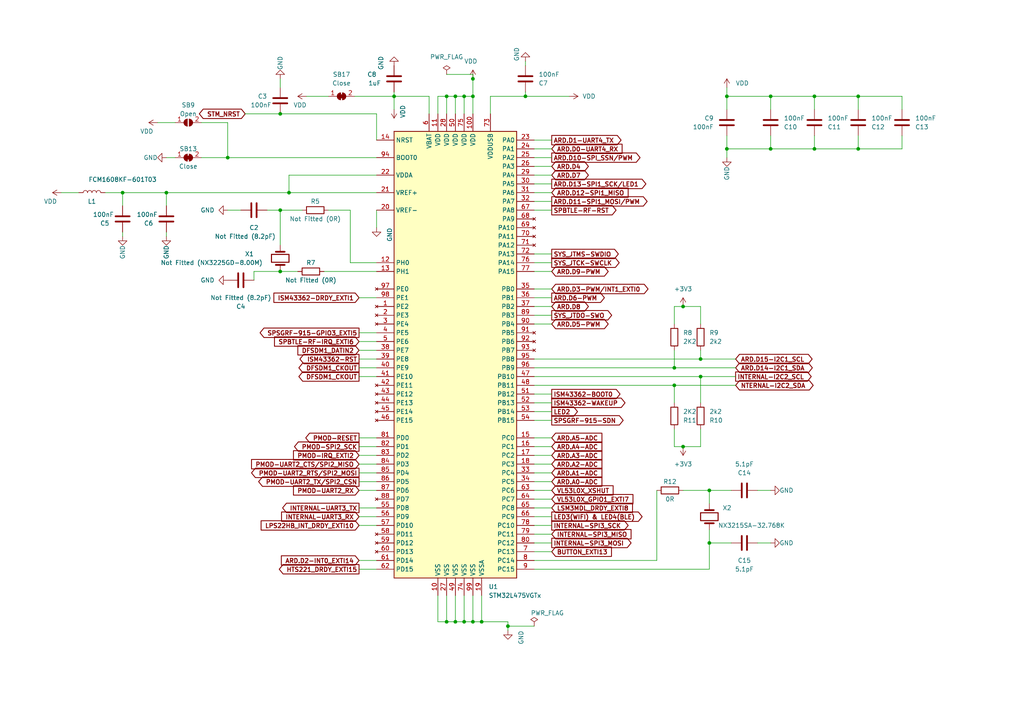
<source format=kicad_sch>
(kicad_sch (version 20211123) (generator eeschema)
  (paper "A4")
  (title_block (title "Microcontroller") (date "2023-01-22"))
  (lib_symbols
    (symbol "Device:C" (pin_numbers hide) (pin_names (offset 0.254))
      (property "Reference" "C" (at 0.635 2.54 0))
      (property "Value" "C" (at 0.635 -2.54 0))
      (symbol "C_0_1"
        (polyline (pts (xy -2.032 -0.762) (xy 2.032 -0.762)) (stroke (width 0.508)))
        (polyline (pts (xy -2.032 0.762) (xy 2.032 0.762)) (stroke (width 0.508)))
      )
      (symbol "C_1_1"
        (pin passive line (at 0 3.81 270) (length 2.794) (name "~") (number "1"))
        (pin passive line (at 0 -3.81 90) (length 2.794) (name "~") (number "2"))
      )
    )
    (symbol "Device:Crystal" (pin_numbers hide) (pin_names (offset 1.016) hide)
      (property "Reference" "Y" (at 0 3.81 0))
      (property "Value" "Crystal" (at 0 -3.81 0))
      (symbol "Crystal_0_1"
        (rectangle (start -1.143 2.54) (end 1.143 -2.54) (stroke (width 0.3048)))
        (polyline (pts (xy -2.54 0) (xy -1.905 0)))
        (polyline (pts (xy -1.905 -1.27) (xy -1.905 1.27)) (stroke (width 0.508)))
        (polyline (pts (xy 1.905 -1.27) (xy 1.905 1.27)) (stroke (width 0.508)))
        (polyline (pts (xy 2.54 0) (xy 1.905 0)))
      )
      (symbol "Crystal_1_1"
        (pin passive line (at -3.81 0 0) (length 1.27) (name "1") (number "1"))
        (pin passive line (at 3.81 0 180) (length 1.27) (name "2") (number "2"))
      )
    )
    (symbol "Device:L" (pin_numbers hide) (pin_names (offset 1.016) hide)
      (property "Reference" "L" (at -1.27 0 90))
      (property "Value" "L" (at 1.905 0 90))
      (symbol "L_0_1"
        (arc (start 0 -2.54) (mid 0.635 -1.905) (end 0 -1.27))
        (arc (start 0 -1.27) (mid 0.635 -0.635) (end 0 0))
        (arc (start 0 0) (mid 0.635 0.635) (end 0 1.27))
        (arc (start 0 1.27) (mid 0.635 1.905) (end 0 2.54))
      )
      (symbol "L_1_1"
        (pin passive line (at 0 3.81 270) (length 1.27) (name "1") (number "1"))
        (pin passive line (at 0 -3.81 90) (length 1.27) (name "2") (number "2"))
      )
    )
    (symbol "Device:R" (pin_numbers hide) (pin_names (offset 0))
      (property "Reference" "R" (at 2.032 0 90))
      (property "Value" "R" (at 0 0 90))
      (symbol "R_0_1"
        (rectangle (start -1.016 -2.54) (end 1.016 2.54) (stroke (width 0.254)))
      )
      (symbol "R_1_1"
        (pin passive line (at 0 3.81 270) (length 1.27) (name "~") (number "1"))
        (pin passive line (at 0 -3.81 90) (length 1.27) (name "~") (number "2"))
      )
    )
    (symbol "Jumper:SolderJumper_2_Bridged" (pin_names (offset 0) hide)
      (property "Reference" "JP" (at 0 2.032 0))
      (property "Value" "SolderJumper_2_Bridged" (at 0 -2.54 0))
      (symbol "SolderJumper_2_Bridged_0_1"
        (rectangle (start -0.508 0.508) (end 0.508 -0.508) (fill (type outline)))
        (arc (start -0.254 1.016) (mid -1.27 0) (end -0.254 -1.016))
        (arc (start -0.254 1.016) (mid -1.27 0) (end -0.254 -1.016) (fill (type outline)))
        (polyline (pts (xy -0.254 1.016) (xy -0.254 -1.016)))
        (polyline (pts (xy 0.254 1.016) (xy 0.254 -1.016)))
        (arc (start 0.254 -1.016) (mid 1.27 0) (end 0.254 1.016))
        (arc (start 0.254 -1.016) (mid 1.27 0) (end 0.254 1.016) (fill (type outline)))
      )
      (symbol "SolderJumper_2_Bridged_1_1"
        (pin passive line (at -3.81 0 0) (length 2.54) (name "A") (number "1"))
        (pin passive line (at 3.81 0 180) (length 2.54) (name "B") (number "2"))
      )
    )
    (symbol "Jumper:SolderJumper_2_Open" (pin_names (offset 0) hide)
      (property "Reference" "JP" (at 0 2.032 0))
      (property "Value" "SolderJumper_2_Open" (at 0 -2.54 0))
      (symbol "SolderJumper_2_Open_0_1"
        (arc (start -0.254 1.016) (mid -1.27 0) (end -0.254 -1.016))
        (arc (start -0.254 1.016) (mid -1.27 0) (end -0.254 -1.016) (fill (type outline)))
        (polyline (pts (xy -0.254 1.016) (xy -0.254 -1.016)))
        (polyline (pts (xy 0.254 1.016) (xy 0.254 -1.016)))
        (arc (start 0.254 -1.016) (mid 1.27 0) (end 0.254 1.016))
        (arc (start 0.254 -1.016) (mid 1.27 0) (end 0.254 1.016) (fill (type outline)))
      )
      (symbol "SolderJumper_2_Open_1_1"
        (pin passive line (at -3.81 0 0) (length 2.54) (name "A") (number "1"))
        (pin passive line (at 3.81 0 180) (length 2.54) (name "B") (number "2"))
      )
    )
    (symbol "MCU_ST_STM32L4:STM32L475VGTx"
      (property "Reference" "U1" (at 9.6394 -68.58 0))
      (property "Value" "STM32L475VGTx" (at 9.6394 -71.12 0))
      (symbol "STM32L475VGTx_0_1"
        (rectangle (start -17.78 -66.04) (end 17.78 63.5) (stroke (width 0.254)) (fill (type background)))
      )
      (symbol "STM32L475VGTx_1_1"
        (pin no_connect line (at -22.86 12.7 0) (length 5.08) (name "PE2") (number "1"))
        (pin power_in line (at -5.08 -71.12 90) (length 5.08) (name "VSS") (number "10"))
        (pin power_in line (at 5.08 68.58 270) (length 5.08) (name "VDD") (number "100"))
        (pin power_in line (at -5.08 68.58 270) (length 5.08) (name "VDD") (number "11"))
        (pin input line (at -22.86 25.4 0) (length 5.08) (name "PH0") (number "12"))
        (pin input line (at -22.86 22.86 0) (length 5.08) (name "PH1") (number "13"))
        (pin input line (at -22.86 60.96 0) (length 5.08) (name "NRST") (number "14"))
        (pin bidirectional line (at 22.86 -25.4 180) (length 5.08) (name "PC0") (number "15"))
        (pin bidirectional line (at 22.86 -27.94 180) (length 5.08) (name "PC1") (number "16"))
        (pin bidirectional line (at 22.86 -30.48 180) (length 5.08) (name "PC2") (number "17"))
        (pin bidirectional line (at 22.86 -33.02 180) (length 5.08) (name "PC3") (number "18"))
        (pin power_in line (at 7.62 -71.12 90) (length 5.08) (name "VSSA") (number "19"))
        (pin no_connect line (at -22.86 10.16 0) (length 5.08) (name "PE3") (number "2"))
        (pin power_in line (at -22.86 40.64 0) (length 5.08) (name "VREF-") (number "20"))
        (pin bidirectional line (at -22.86 45.72 0) (length 5.08) (name "VREF+") (number "21"))
        (pin bidirectional line (at -22.86 50.8 0) (length 5.08) (name "VDDA") (number "22"))
        (pin bidirectional line (at 22.86 60.96 180) (length 5.08) (name "PA0") (number "23"))
        (pin bidirectional line (at 22.86 58.42 180) (length 5.08) (name "PA1") (number "24"))
        (pin bidirectional line (at 22.86 55.88 180) (length 5.08) (name "PA2") (number "25"))
        (pin bidirectional line (at 22.86 53.34 180) (length 5.08) (name "PA3") (number "26"))
        (pin power_in line (at -2.54 -71.12 90) (length 5.08) (name "VSS") (number "27"))
        (pin power_in line (at -2.54 68.58 270) (length 5.08) (name "VDD") (number "28"))
        (pin bidirectional line (at 22.86 50.8 180) (length 5.08) (name "PA4") (number "29"))
        (pin no_connect line (at -22.86 7.62 0) (length 5.08) (name "PE4") (number "3"))
        (pin bidirectional line (at 22.86 48.26 180) (length 5.08) (name "PA5") (number "30"))
        (pin bidirectional line (at 22.86 45.72 180) (length 5.08) (name "PA6") (number "31"))
        (pin bidirectional line (at 22.86 43.18 180) (length 5.08) (name "PA7") (number "32"))
        (pin bidirectional line (at 22.86 -35.56 180) (length 5.08) (name "PC4") (number "33"))
        (pin bidirectional line (at 22.86 -38.1 180) (length 5.08) (name "PC5") (number "34"))
        (pin bidirectional line (at 22.86 17.78 180) (length 5.08) (name "PB0") (number "35"))
        (pin bidirectional line (at 22.86 15.24 180) (length 5.08) (name "PB1") (number "36"))
        (pin bidirectional line (at 22.86 12.7 180) (length 5.08) (name "PB2") (number "37"))
        (pin bidirectional line (at -22.86 0 0) (length 5.08) (name "PE7") (number "38"))
        (pin bidirectional line (at -22.86 -2.54 0) (length 5.08) (name "PE8") (number "39"))
        (pin bidirectional line (at -22.86 5.08 0) (length 5.08) (name "PE5") (number "4"))
        (pin bidirectional line (at -22.86 -5.08 0) (length 5.08) (name "PE9") (number "40"))
        (pin bidirectional line (at -22.86 -7.62 0) (length 5.08) (name "PE10") (number "41"))
        (pin no_connect line (at -22.86 -10.16 0) (length 5.08) (name "PE11") (number "42"))
        (pin no_connect line (at -22.86 -12.7 0) (length 5.08) (name "PE12") (number "43"))
        (pin no_connect line (at -22.86 -15.24 0) (length 5.08) (name "PE13") (number "44"))
        (pin no_connect line (at -22.86 -17.78 0) (length 5.08) (name "PE14") (number "45"))
        (pin no_connect line (at -22.86 -20.32 0) (length 5.08) (name "PE15") (number "46"))
        (pin bidirectional line (at 22.86 -7.62 180) (length 5.08) (name "PB10") (number "47"))
        (pin bidirectional line (at 22.86 -10.16 180) (length 5.08) (name "PB11") (number "48"))
        (pin power_in line (at 0 -71.12 90) (length 5.08) (name "VSS") (number "49"))
        (pin bidirectional line (at -22.86 2.54 0) (length 5.08) (name "PE6") (number "5"))
        (pin power_in line (at 0 68.58 270) (length 5.08) (name "VDD") (number "50"))
        (pin bidirectional line (at 22.86 -12.7 180) (length 5.08) (name "PB12") (number "51"))
        (pin bidirectional line (at 22.86 -15.24 180) (length 5.08) (name "PB13") (number "52"))
        (pin bidirectional line (at 22.86 -17.78 180) (length 5.08) (name "PB14") (number "53"))
        (pin bidirectional line (at 22.86 -20.32 180) (length 5.08) (name "PB15") (number "54"))
        (pin bidirectional line (at -22.86 -45.72 0) (length 5.08) (name "PD8") (number "55"))
        (pin bidirectional line (at -22.86 -48.26 0) (length 5.08) (name "PD9") (number "56"))
        (pin bidirectional line (at -22.86 -50.8 0) (length 5.08) (name "PD10") (number "57"))
        (pin no_connect line (at -22.86 -53.34 0) (length 5.08) (name "PD11") (number "58"))
        (pin no_connect line (at -22.86 -55.88 0) (length 5.08) (name "PD12") (number "59"))
        (pin power_in line (at -7.62 68.58 270) (length 5.08) (name "VBAT") (number "6"))
        (pin no_connect line (at -22.86 -58.42 0) (length 5.08) (name "PD13") (number "60"))
        (pin bidirectional line (at -22.86 -60.96 0) (length 5.08) (name "PD14") (number "61"))
        (pin bidirectional line (at -22.86 -63.5 0) (length 5.08) (name "PD15") (number "62"))
        (pin bidirectional line (at 22.86 -40.64 180) (length 5.08) (name "PC6") (number "63"))
        (pin bidirectional line (at 22.86 -43.18 180) (length 5.08) (name "PC7") (number "64"))
        (pin bidirectional line (at 22.86 -45.72 180) (length 5.08) (name "PC8") (number "65"))
        (pin bidirectional line (at 22.86 -48.26 180) (length 5.08) (name "PC9") (number "66"))
        (pin bidirectional line (at 22.86 40.64 180) (length 5.08) (name "PA8") (number "67"))
        (pin no_connect line (at 22.86 38.1 180) (length 5.08) (name "PA9") (number "68"))
        (pin no_connect line (at 22.86 35.56 180) (length 5.08) (name "PA10") (number "69"))
        (pin bidirectional line (at 22.86 -58.42 180) (length 5.08) (name "PC13") (number "7"))
        (pin no_connect line (at 22.86 33.02 180) (length 5.08) (name "PA11") (number "70"))
        (pin no_connect line (at 22.86 30.48 180) (length 5.08) (name "PA12") (number "71"))
        (pin bidirectional line (at 22.86 27.94 180) (length 5.08) (name "PA13") (number "72"))
        (pin power_in line (at 10.16 68.58 270) (length 5.08) (name "VDDUSB") (number "73"))
        (pin power_in line (at 2.54 -71.12 90) (length 5.08) (name "VSS") (number "74"))
        (pin power_in line (at 2.54 68.58 270) (length 5.08) (name "VDD") (number "75"))
        (pin bidirectional line (at 22.86 25.4 180) (length 5.08) (name "PA14") (number "76"))
        (pin bidirectional line (at 22.86 22.86 180) (length 5.08) (name "PA15") (number "77"))
        (pin bidirectional line (at 22.86 -50.8 180) (length 5.08) (name "PC10") (number "78"))
        (pin bidirectional line (at 22.86 -53.34 180) (length 5.08) (name "PC11") (number "79"))
        (pin bidirectional line (at 22.86 -60.96 180) (length 5.08) (name "PC14") (number "8"))
        (pin bidirectional line (at 22.86 -55.88 180) (length 5.08) (name "PC12") (number "80"))
        (pin bidirectional line (at -22.86 -25.4 0) (length 5.08) (name "PD0") (number "81"))
        (pin bidirectional line (at -22.86 -27.94 0) (length 5.08) (name "PD1") (number "82"))
        (pin bidirectional line (at -22.86 -30.48 0) (length 5.08) (name "PD2") (number "83"))
        (pin bidirectional line (at -22.86 -33.02 0) (length 5.08) (name "PD3") (number "84"))
        (pin bidirectional line (at -22.86 -35.56 0) (length 5.08) (name "PD4") (number "85"))
        (pin bidirectional line (at -22.86 -38.1 0) (length 5.08) (name "PD5") (number "86"))
        (pin bidirectional line (at -22.86 -40.64 0) (length 5.08) (name "PD6") (number "87"))
        (pin no_connect line (at -22.86 -43.18 0) (length 5.08) (name "PD7") (number "88"))
        (pin bidirectional line (at 22.86 10.16 180) (length 5.08) (name "PB3") (number "89"))
        (pin bidirectional line (at 22.86 -63.5 180) (length 5.08) (name "PC15") (number "9"))
        (pin bidirectional line (at 22.86 7.62 180) (length 5.08) (name "PB4") (number "90"))
        (pin no_connect line (at 22.86 5.08 180) (length 5.08) (name "PB5") (number "91"))
        (pin no_connect line (at 22.86 2.54 180) (length 5.08) (name "PB6") (number "92"))
        (pin no_connect line (at 22.86 0 180) (length 5.08) (name "PB7") (number "93"))
        (pin input line (at -22.86 55.88 0) (length 5.08) (name "BOOT0") (number "94"))
        (pin bidirectional line (at 22.86 -2.54 180) (length 5.08) (name "PB8") (number "95"))
        (pin bidirectional line (at 22.86 -5.08 180) (length 5.08) (name "PB9") (number "96"))
        (pin no_connect line (at -22.86 17.78 0) (length 5.08) (name "PE0") (number "97"))
        (pin bidirectional line (at -22.86 15.24 0) (length 5.08) (name "PE1") (number "98"))
        (pin power_in line (at 5.08 -71.12 90) (length 5.08) (name "VSS") (number "99"))
      )
    )
    (symbol "VDD_1" (power) (pin_numbers hide) (pin_names (offset 0) hide)
      (property "Value" "VDD_1" (at 2.54 1.2701 0))
      (symbol "VDD_1_0_1"
        (polyline (pts (xy -0.762 1.27) (xy 0 2.54)))
        (polyline (pts (xy 0 0) (xy 0 2.54)))
        (polyline (pts (xy 0 2.54) (xy 0.762 1.27)))
      )
      (symbol "VDD_1_1_1"
        (pin power_in line (at 0 0 90) (length 0) hide (name "VDD") (number "1"))
      )
    )
    (symbol "VDD_2" (power) (pin_numbers hide) (pin_names (offset 0) hide)
      (property "Value" "VDD_2" (at 2.54 -5.08 90))
      (symbol "VDD_2_0_1"
        (polyline (pts (xy -0.762 1.27) (xy 0 2.54)))
        (polyline (pts (xy 0 0) (xy 0 2.54)))
        (polyline (pts (xy 0 2.54) (xy 0.762 1.27)))
      )
      (symbol "VDD_2_1_1"
        (pin power_in line (at 0 0 90) (length 0) hide (name "VDD") (number "1"))
      )
    )
    (symbol "power:+3V3" (power) (pin_numbers hide) (pin_names (offset 0) hide)
      (property "Value" "+3V3" (at 0 3.556 0))
      (symbol "+3V3_0_1"
        (polyline (pts (xy -0.762 1.27) (xy 0 2.54)))
        (polyline (pts (xy 0 0) (xy 0 2.54)))
        (polyline (pts (xy 0 2.54) (xy 0.762 1.27)))
      )
      (symbol "+3V3_1_1"
        (pin power_in line (at 0 0 90) (length 0) hide (name "+3V3") (number "1"))
      )
    )
    (symbol "power:GND" (power) (pin_numbers hide) (pin_names (offset 0) hide)
      (property "Value" "GND" (at 0 -3.81 0))
      (symbol "GND_0_1"
        (polyline (pts (xy 0 0) (xy 0 -1.27) (xy 1.27 -1.27) (xy 0 -2.54) (xy -1.27 -1.27) (xy 0 -1.27)))
      )
      (symbol "GND_1_1"
        (pin power_in line (at 0 0 270) (length 0) hide (name "GND") (number "1"))
      )
    )
    (symbol "power:PWR_FLAG" (power) (pin_numbers hide) (pin_names (offset 0) hide)
      (property "Value" "PWR_FLAG" (at 0 3.81 0))
      (symbol "PWR_FLAG_0_0"
        (pin power_out line (at 0 0 90) (length 0) (name "pwr") (number "1"))
      )
      (symbol "PWR_FLAG_0_1"
        (polyline (pts (xy 0 0) (xy 0 1.27) (xy -1.016 1.905) (xy 0 2.54) (xy 1.016 1.905) (xy 0 1.27)))
      )
    )
  )
  (junction (at 198.12 129.54))
  (junction (at 81.28 60.96))
  (junction (at 152.4 27.94))
  (junction (at 137.16 22.86))
  (junction (at 134.62 27.94))
  (junction (at 203.2 109.22))
  (junction (at 195.58 111.76))
  (junction (at 48.26 55.88))
  (junction (at 210.82 43.18))
  (junction (at 137.16 180.34))
  (junction (at 81.28 78.74))
  (junction (at 132.08 180.34))
  (junction (at 147.32 181.61))
  (junction (at 223.52 27.94))
  (junction (at 83.82 55.88))
  (junction (at 248.92 27.94))
  (junction (at 114.3 27.94))
  (junction (at 129.54 180.34))
  (junction (at 132.08 27.94))
  (junction (at 223.52 43.18))
  (junction (at 137.16 27.94))
  (junction (at 236.22 27.94))
  (junction (at 195.58 106.68))
  (junction (at 198.12 88.9))
  (junction (at 203.2 104.14))
  (junction (at 248.92 43.18))
  (junction (at 236.22 43.18))
  (junction (at 35.56 55.88))
  (junction (at 210.82 27.94))
  (junction (at 134.62 180.34))
  (junction (at 66.04 45.72))
  (junction (at 129.54 27.94))
  (junction (at 205.74 142.24))
  (junction (at 205.74 157.48))
  (junction (at 81.28 33.02))
  (junction (at 139.7 180.34))
  (wire (pts (xy 152.4 17.78) (xy 152.4 19.05)))
  (wire (pts (xy 223.52 43.18) (xy 236.22 43.18)))
  (wire (pts (xy 109.22 60.96) (xy 109.22 66.04)))
  (wire (pts (xy 160.02 114.3) (xy 154.94 114.3)))
  (wire (pts (xy 139.7 180.34) (xy 147.32 180.34)))
  (wire (pts (xy 104.14 127) (xy 109.22 127)))
  (wire (pts (xy 198.12 129.54) (xy 203.2 129.54)))
  (wire (pts (xy 236.22 43.18) (xy 248.92 43.18)))
  (wire (pts (xy 129.54 33.02) (xy 129.54 27.94)))
  (wire (pts (xy 210.82 39.37) (xy 210.82 43.18)))
  (wire (pts (xy 102.87 27.94) (xy 114.3 27.94)))
  (wire (pts (xy 58.42 35.56) (xy 66.04 35.56)))
  (wire (pts (xy 109.22 50.8) (xy 83.82 50.8)))
  (wire (pts (xy 236.22 27.94) (xy 236.22 31.75)))
  (wire (pts (xy 30.48 55.88) (xy 35.56 55.88)))
  (wire (pts (xy 104.14 134.62) (xy 109.22 134.62)))
  (wire (pts (xy 160.02 48.26) (xy 154.94 48.26)))
  (wire (pts (xy 66.04 60.96) (xy 69.85 60.96)))
  (wire (pts (xy 160.02 55.88) (xy 154.94 55.88)))
  (wire (pts (xy 152.4 27.94) (xy 165.1 27.94)))
  (wire (pts (xy 195.58 101.6) (xy 195.58 106.68)))
  (wire (pts (xy 205.74 157.48) (xy 205.74 165.1)))
  (wire (pts (xy 134.62 33.02) (xy 134.62 27.94)))
  (wire (pts (xy 142.24 27.94) (xy 152.4 27.94)))
  (wire (pts (xy 127 33.02) (xy 127 27.94)))
  (wire (pts (xy 195.58 111.76) (xy 213.36 111.76)))
  (wire (pts (xy 17.78 55.88) (xy 22.86 55.88)))
  (wire (pts (xy 160.02 58.42) (xy 154.94 58.42)))
  (wire (pts (xy 104.14 129.54) (xy 109.22 129.54)))
  (wire (pts (xy 160.02 50.8) (xy 154.94 50.8)))
  (wire (pts (xy 35.56 55.88) (xy 48.26 55.88)))
  (wire (pts (xy 236.22 39.37) (xy 236.22 43.18)))
  (wire (pts (xy 160.02 154.94) (xy 154.94 154.94)))
  (wire (pts (xy 160.02 160.02) (xy 154.94 160.02)))
  (wire (pts (xy 198.12 142.24) (xy 205.74 142.24)))
  (wire (pts (xy 152.4 26.67) (xy 152.4 27.94)))
  (wire (pts (xy 71.12 33.02) (xy 81.28 33.02)))
  (wire (pts (xy 205.74 157.48) (xy 212.09 157.48)))
  (wire (pts (xy 160.02 53.34) (xy 154.94 53.34)))
  (wire (pts (xy 160.02 147.32) (xy 154.94 147.32)))
  (wire (pts (xy 134.62 27.94) (xy 137.16 27.94)))
  (wire (pts (xy 104.14 147.32) (xy 109.22 147.32)))
  (wire (pts (xy 160.02 132.08) (xy 154.94 132.08)))
  (wire (pts (xy 137.16 21.59) (xy 137.16 22.86)))
  (wire (pts (xy 114.3 27.94) (xy 124.46 27.94)))
  (wire (pts (xy 81.28 60.96) (xy 87.63 60.96)))
  (wire (pts (xy 104.14 137.16) (xy 109.22 137.16)))
  (wire (pts (xy 104.14 165.1) (xy 109.22 165.1)))
  (wire (pts (xy 160.02 88.9) (xy 154.94 88.9)))
  (wire (pts (xy 195.58 129.54) (xy 198.12 129.54)))
  (wire (pts (xy 203.2 116.84) (xy 203.2 109.22)))
  (wire (pts (xy 210.82 43.18) (xy 210.82 45.72)))
  (wire (pts (xy 198.12 88.9) (xy 203.2 88.9)))
  (wire (pts (xy 66.04 45.72) (xy 109.22 45.72)))
  (wire (pts (xy 154.94 73.66) (xy 160.02 73.66)))
  (wire (pts (xy 137.16 22.86) (xy 137.16 27.94)))
  (wire (pts (xy 219.71 142.24) (xy 223.52 142.24)))
  (wire (pts (xy 104.14 109.22) (xy 109.22 109.22)))
  (wire (pts (xy 160.02 142.24) (xy 154.94 142.24)))
  (wire (pts (xy 223.52 27.94) (xy 223.52 31.75)))
  (wire (pts (xy 154.94 106.68) (xy 195.58 106.68)))
  (wire (pts (xy 160.02 149.86) (xy 154.94 149.86)))
  (wire (pts (xy 203.2 129.54) (xy 203.2 124.46)))
  (wire (pts (xy 223.52 39.37) (xy 223.52 43.18)))
  (wire (pts (xy 137.16 33.02) (xy 137.16 27.94)))
  (wire (pts (xy 77.47 60.96) (xy 81.28 60.96)))
  (wire (pts (xy 104.14 152.4) (xy 109.22 152.4)))
  (wire (pts (xy 261.62 39.37) (xy 261.62 43.18)))
  (wire (pts (xy 160.02 152.4) (xy 154.94 152.4)))
  (wire (pts (xy 160.02 60.96) (xy 154.94 60.96)))
  (wire (pts (xy 160.02 86.36) (xy 154.94 86.36)))
  (wire (pts (xy 160.02 116.84) (xy 154.94 116.84)))
  (wire (pts (xy 203.2 88.9) (xy 203.2 93.98)))
  (wire (pts (xy 147.32 180.34) (xy 147.32 181.61)))
  (wire (pts (xy 81.28 71.12) (xy 81.28 60.96)))
  (wire (pts (xy 160.02 93.98) (xy 154.94 93.98)))
  (wire (pts (xy 124.46 27.94) (xy 124.46 33.02)))
  (wire (pts (xy 93.98 78.74) (xy 109.22 78.74)))
  (wire (pts (xy 236.22 27.94) (xy 248.92 27.94)))
  (wire (pts (xy 48.26 67.31) (xy 48.26 68.58)))
  (wire (pts (xy 160.02 157.48) (xy 154.94 157.48)))
  (wire (pts (xy 205.74 153.67) (xy 205.74 157.48)))
  (wire (pts (xy 101.6 76.2) (xy 101.6 60.96)))
  (wire (pts (xy 127 172.72) (xy 127 180.34)))
  (wire (pts (xy 114.3 27.94) (xy 114.3 31.75)))
  (wire (pts (xy 203.2 101.6) (xy 203.2 104.14)))
  (wire (pts (xy 104.14 99.06) (xy 109.22 99.06)))
  (wire (pts (xy 104.14 101.6) (xy 109.22 101.6)))
  (wire (pts (xy 134.62 172.72) (xy 134.62 180.34)))
  (wire (pts (xy 83.82 55.88) (xy 109.22 55.88)))
  (wire (pts (xy 58.42 45.72) (xy 66.04 45.72)))
  (wire (pts (xy 109.22 33.02) (xy 109.22 40.64)))
  (wire (pts (xy 45.72 35.56) (xy 50.8 35.56)))
  (wire (pts (xy 139.7 172.72) (xy 139.7 180.34)))
  (wire (pts (xy 160.02 83.82) (xy 154.94 83.82)))
  (wire (pts (xy 223.52 27.94) (xy 236.22 27.94)))
  (wire (pts (xy 114.3 26.67) (xy 114.3 27.94)))
  (wire (pts (xy 129.54 180.34) (xy 132.08 180.34)))
  (wire (pts (xy 134.62 180.34) (xy 137.16 180.34)))
  (wire (pts (xy 195.58 129.54) (xy 195.58 124.46)))
  (wire (pts (xy 154.94 111.76) (xy 195.58 111.76)))
  (wire (pts (xy 160.02 43.18) (xy 154.94 43.18)))
  (wire (pts (xy 160.02 119.38) (xy 154.94 119.38)))
  (wire (pts (xy 104.14 106.68) (xy 109.22 106.68)))
  (wire (pts (xy 48.26 59.69) (xy 48.26 55.88)))
  (wire (pts (xy 154.94 104.14) (xy 203.2 104.14)))
  (wire (pts (xy 160.02 76.2) (xy 154.94 76.2)))
  (wire (pts (xy 160.02 144.78) (xy 154.94 144.78)))
  (wire (pts (xy 147.32 181.61) (xy 147.32 182.88)))
  (wire (pts (xy 81.28 33.02) (xy 109.22 33.02)))
  (wire (pts (xy 104.14 139.7) (xy 109.22 139.7)))
  (wire (pts (xy 132.08 27.94) (xy 134.62 27.94)))
  (wire (pts (xy 160.02 91.44) (xy 154.94 91.44)))
  (wire (pts (xy 248.92 27.94) (xy 261.62 27.94)))
  (wire (pts (xy 160.02 139.7) (xy 154.94 139.7)))
  (wire (pts (xy 261.62 43.18) (xy 248.92 43.18)))
  (wire (pts (xy 147.32 181.61) (xy 154.94 181.61)))
  (wire (pts (xy 127 180.34) (xy 129.54 180.34)))
  (wire (pts (xy 129.54 172.72) (xy 129.54 180.34)))
  (wire (pts (xy 104.14 162.56) (xy 109.22 162.56)))
  (wire (pts (xy 109.22 76.2) (xy 101.6 76.2)))
  (wire (pts (xy 160.02 137.16) (xy 154.94 137.16)))
  (wire (pts (xy 104.14 96.52) (xy 109.22 96.52)))
  (wire (pts (xy 101.6 60.96) (xy 95.25 60.96)))
  (wire (pts (xy 104.14 104.14) (xy 109.22 104.14)))
  (wire (pts (xy 73.66 78.74) (xy 81.28 78.74)))
  (wire (pts (xy 35.56 67.31) (xy 35.56 68.58)))
  (wire (pts (xy 205.74 142.24) (xy 212.09 142.24)))
  (wire (pts (xy 195.58 88.9) (xy 198.12 88.9)))
  (wire (pts (xy 160.02 127) (xy 154.94 127)))
  (wire (pts (xy 210.82 27.94) (xy 210.82 31.75)))
  (wire (pts (xy 83.82 50.8) (xy 83.82 55.88)))
  (wire (pts (xy 219.71 157.48) (xy 223.52 157.48)))
  (wire (pts (xy 195.58 106.68) (xy 213.36 106.68)))
  (wire (pts (xy 73.66 78.74) (xy 73.66 81.28)))
  (wire (pts (xy 195.58 111.76) (xy 195.58 116.84)))
  (wire (pts (xy 35.56 59.69) (xy 35.56 55.88)))
  (wire (pts (xy 210.82 43.18) (xy 223.52 43.18)))
  (wire (pts (xy 160.02 40.64) (xy 154.94 40.64)))
  (wire (pts (xy 81.28 22.86) (xy 81.28 25.4)))
  (wire (pts (xy 104.14 142.24) (xy 109.22 142.24)))
  (wire (pts (xy 129.54 27.94) (xy 132.08 27.94)))
  (wire (pts (xy 132.08 33.02) (xy 132.08 27.94)))
  (wire (pts (xy 48.26 45.72) (xy 50.8 45.72)))
  (wire (pts (xy 203.2 104.14) (xy 213.36 104.14)))
  (wire (pts (xy 104.14 149.86) (xy 109.22 149.86)))
  (wire (pts (xy 154.94 109.22) (xy 203.2 109.22)))
  (wire (pts (xy 154.94 162.56) (xy 190.5 162.56)))
  (wire (pts (xy 248.92 39.37) (xy 248.92 43.18)))
  (wire (pts (xy 195.58 88.9) (xy 195.58 93.98)))
  (wire (pts (xy 203.2 109.22) (xy 213.36 109.22)))
  (wire (pts (xy 210.82 25.4) (xy 210.82 27.94)))
  (wire (pts (xy 210.82 27.94) (xy 223.52 27.94)))
  (wire (pts (xy 104.14 86.36) (xy 109.22 86.36)))
  (wire (pts (xy 160.02 121.92) (xy 154.94 121.92)))
  (wire (pts (xy 66.04 35.56) (xy 66.04 45.72)))
  (wire (pts (xy 48.26 55.88) (xy 83.82 55.88)))
  (wire (pts (xy 129.54 21.59) (xy 137.16 21.59)))
  (wire (pts (xy 261.62 27.94) (xy 261.62 31.75)))
  (wire (pts (xy 154.94 165.1) (xy 205.74 165.1)))
  (wire (pts (xy 127 27.94) (xy 129.54 27.94)))
  (wire (pts (xy 205.74 142.24) (xy 205.74 146.05)))
  (wire (pts (xy 104.14 132.08) (xy 109.22 132.08)))
  (wire (pts (xy 137.16 180.34) (xy 139.7 180.34)))
  (wire (pts (xy 248.92 27.94) (xy 248.92 31.75)))
  (wire (pts (xy 88.9 27.94) (xy 95.25 27.94)))
  (wire (pts (xy 160.02 134.62) (xy 154.94 134.62)))
  (wire (pts (xy 160.02 129.54) (xy 154.94 129.54)))
  (wire (pts (xy 142.24 33.02) (xy 142.24 27.94)))
  (wire (pts (xy 160.02 45.72) (xy 154.94 45.72)))
  (wire (pts (xy 160.02 78.74) (xy 154.94 78.74)))
  (wire (pts (xy 137.16 172.72) (xy 137.16 180.34)))
  (wire (pts (xy 132.08 180.34) (xy 134.62 180.34)))
  (wire (pts (xy 81.28 78.74) (xy 86.36 78.74)))
  (wire (pts (xy 132.08 172.72) (xy 132.08 180.34)))
  (wire (pts (xy 190.5 162.56) (xy 190.5 142.24)))
  (global_label "VL53L0X_XSHUT" (shape input) (at 160.02 142.24 0) (effects (font (thickness 0.254) bold)) (property "Intersheet References" "${INTERSHEET_REFS}" (effects hide)))
  (global_label "ARD.D15-I2C1_SCL" (shape bidirectional) (at 213.36 104.14 0) (effects (font (thickness 0.254) bold)) (property "Intersheet References" "${INTERSHEET_REFS}" (effects hide)))
  (global_label "PMOD-UART2_TX{slash}SPI2_CSN" (shape output) (at 104.14 139.7 180) (effects (font (thickness 0.254) bold)) (property "Intersheet References" "${INTERSHEET_REFS}" (effects hide)))
  (global_label "DFSDM1_CKOUT" (shape output) (at 104.14 106.68 180) (effects (font (thickness 0.254) bold)) (property "Intersheet References" "${INTERSHEET_REFS}" (effects hide)))
  (global_label "SPBTLE-RF-RST" (shape output) (at 160.02 60.96 0) (effects (font (thickness 0.254) bold)) (property "Intersheet References" "${INTERSHEET_REFS}" (effects hide)))
  (global_label "PMOD-UART2_RTS{slash}SPI2_MOSI" (shape output) (at 104.14 137.16 180) (effects (font (thickness 0.254) bold)) (property "Intersheet References" "${INTERSHEET_REFS}" (effects hide)))
  (global_label "STM_NRST" (shape bidirectional) (at 71.12 33.02 180) (effects (font (thickness 0.254) bold)) (property "Intersheet References" "${INTERSHEET_REFS}" (effects hide)))
  (global_label "ARD.A0-ADC" (shape input) (at 160.02 139.7 0) (effects (font (thickness 0.254) bold)) (property "Intersheet References" "${INTERSHEET_REFS}" (effects hide)))
  (global_label "SPBTLE-RF-IRQ_EXTI6" (shape input) (at 104.14 99.06 180) (effects (font (thickness 0.254) bold)) (property "Intersheet References" "${INTERSHEET_REFS}" (effects hide)))
  (global_label "ARD.A4-ADC" (shape input) (at 160.02 129.54 0) (effects (font (thickness 0.254) bold)) (property "Intersheet References" "${INTERSHEET_REFS}" (effects hide)))
  (global_label "LED3(WIFI) & LED4(BLE)" (shape output) (at 160.02 149.86 0) (effects (font (thickness 0.254) bold)) (property "Intersheet References" "${INTERSHEET_REFS}" (effects hide)))
  (global_label "PMOD-RESET" (shape output) (at 104.14 127 180) (effects (font (thickness 0.254) bold)) (property "Intersheet References" "${INTERSHEET_REFS}" (effects hide)))
  (global_label "SPSGRF-915-GPIO3_EXTI5" (shape output) (at 104.14 96.52 180) (effects (font (thickness 0.254) bold)) (property "Intersheet References" "${INTERSHEET_REFS}" (effects hide)))
  (global_label "PMOD-UART2_CTS{slash}SPI2_MISO" (shape input) (at 104.14 134.62 180) (effects (font (thickness 0.254) bold)) (property "Intersheet References" "${INTERSHEET_REFS}" (effects hide)))
  (global_label "ARD.D3-PWM{slash}INT1_EXTI0" (shape bidirectional) (at 160.02 83.82 0) (effects (font (thickness 0.254) bold)) (property "Intersheet References" "${INTERSHEET_REFS}" (effects hide)))
  (global_label "BUTTON_EXTI13" (shape input) (at 160.02 160.02 0) (effects (font (thickness 0.254) bold)) (property "Intersheet References" "${INTERSHEET_REFS}" (effects hide)))
  (global_label "INTERNAL-SPI3_SCK" (shape output) (at 160.02 152.4 0) (effects (font (thickness 0.254) bold)) (property "Intersheet References" "${INTERSHEET_REFS}" (effects hide)))
  (global_label "ARD.D0-UART4_RX" (shape input) (at 160.02 43.18 0) (effects (font (thickness 0.254) bold)) (property "Intersheet References" "${INTERSHEET_REFS}" (effects hide)))
  (global_label "NTERNAL-I2C2_SDA" (shape bidirectional) (at 213.36 111.76 0) (effects (font (thickness 0.254) bold)) (property "Intersheet References" "${INTERSHEET_REFS}" (effects hide)))
  (global_label "ARD.D7" (shape bidirectional) (at 160.02 50.8 0) (effects (font (thickness 0.254) bold)) (property "Intersheet References" "${INTERSHEET_REFS}" (effects hide)))
  (global_label "INTERNAL-I2C2_SCL" (shape output) (at 213.36 109.22 0) (effects (font (thickness 0.254) bold)) (property "Intersheet References" "${INTERSHEET_REFS}" (effects hide)))
  (global_label "ARD.D13-SPI1_SCK{slash}LED1" (shape output) (at 160.02 53.34 0) (effects (font (thickness 0.254) bold)) (property "Intersheet References" "${INTERSHEET_REFS}" (effects hide)))
  (global_label "ARD.A5-ADC" (shape input) (at 160.02 127 0) (effects (font (thickness 0.254) bold)) (property "Intersheet References" "${INTERSHEET_REFS}" (effects hide)))
  (global_label "INTERNAL-UART3_RX" (shape input) (at 104.14 149.86 180) (effects (font (thickness 0.254) bold)) (property "Intersheet References" "${INTERSHEET_REFS}" (effects hide)))
  (global_label "INTERNAL-SPI3_MISO" (shape input) (at 160.02 154.94 0) (effects (font (thickness 0.254) bold)) (property "Intersheet References" "${INTERSHEET_REFS}" (effects hide)))
  (global_label "HTS221_DRDY_EXTI15" (shape output) (at 104.14 165.1 180) (effects (font (thickness 0.254) bold)) (property "Intersheet References" "${INTERSHEET_REFS}" (effects hide)))
  (global_label "DFSDM1_CKOUT" (shape output) (at 104.14 109.22 180) (effects (font (thickness 0.254) bold)) (property "Intersheet References" "${INTERSHEET_REFS}" (effects hide)))
  (global_label "INTERNAL-SPI3_MOSI" (shape output) (at 160.02 157.48 0) (effects (font (thickness 0.254) bold)) (property "Intersheet References" "${INTERSHEET_REFS}" (effects hide)))
  (global_label "ARD.D2-INT0_EXTI14" (shape input) (at 104.14 162.56 180) (effects (font (thickness 0.254) bold)) (property "Intersheet References" "${INTERSHEET_REFS}" (effects hide)))
  (global_label "ARD.D10-SPI_SSN{slash}PWM" (shape output) (at 160.02 45.72 0) (effects (font (thickness 0.254) bold)) (property "Intersheet References" "${INTERSHEET_REFS}" (effects hide)))
  (global_label "ARD.D14-I2C1_SDA" (shape bidirectional) (at 213.36 106.68 0) (effects (font (thickness 0.254) bold)) (property "Intersheet References" "${INTERSHEET_REFS}" (effects hide)))
  (global_label "ISM43362-RST" (shape output) (at 104.14 104.14 180) (effects (font (thickness 0.254) bold)) (property "Intersheet References" "${INTERSHEET_REFS}" (effects hide)))
  (global_label "ARD.D8" (shape bidirectional) (at 160.02 88.9 0) (effects (font (thickness 0.254) bold)) (property "Intersheet References" "${INTERSHEET_REFS}" (effects hide)))
  (global_label "ARD.D1-UART4_TX" (shape output) (at 160.02 40.64 0) (effects (font (thickness 0.254) bold)) (property "Intersheet References" "${INTERSHEET_REFS}" (effects hide)))
  (global_label "ARD.D9-PWM" (shape bidirectional) (at 160.02 78.74 0) (effects (font (thickness 0.254) bold)) (property "Intersheet References" "${INTERSHEET_REFS}" (effects hide)))
  (global_label "SPSGRF-915-SDN" (shape output) (at 160.02 121.92 0) (effects (font (thickness 0.254) bold)) (property "Intersheet References" "${INTERSHEET_REFS}" (effects hide)))
  (global_label "ARD.D11-SPI1_MOSI{slash}PWM" (shape output) (at 160.02 58.42 0) (effects (font (thickness 0.254) bold)) (property "Intersheet References" "${INTERSHEET_REFS}" (effects hide)))
  (global_label "ISM43362-WAKEUP" (shape output) (at 160.02 116.84 0) (effects (font (thickness 0.254) bold)) (property "Intersheet References" "${INTERSHEET_REFS}" (effects hide)))
  (global_label "INTERNAL-UART3_TX" (shape output) (at 104.14 147.32 180) (effects (font (thickness 0.254) bold)) (property "Intersheet References" "${INTERSHEET_REFS}" (effects hide)))
  (global_label "LED2" (shape output) (at 160.02 119.38 0) (effects (font (thickness 0.254) bold)) (property "Intersheet References" "${INTERSHEET_REFS}" (effects hide)))
  (global_label "PMOD-UART2_RX" (shape input) (at 104.14 142.24 180) (effects (font (thickness 0.254) bold)) (property "Intersheet References" "${INTERSHEET_REFS}" (effects hide)))
  (global_label "LSM3MDL_DRDY_EXTI8" (shape input) (at 160.02 147.32 0) (effects (font (thickness 0.254) bold)) (property "Intersheet References" "${INTERSHEET_REFS}" (effects hide)))
  (global_label "ARD.D6-PWM" (shape output) (at 160.02 86.36 0) (effects (font (thickness 0.254) bold)) (property "Intersheet References" "${INTERSHEET_REFS}" (effects hide)))
  (global_label "ARD.A3-ADC" (shape input) (at 160.02 132.08 0) (effects (font (thickness 0.254) bold)) (property "Intersheet References" "${INTERSHEET_REFS}" (effects hide)))
  (global_label "VL53L0X_GPIO1_EXTI7" (shape input) (at 160.02 144.78 0) (effects (font (thickness 0.254) bold)) (property "Intersheet References" "${INTERSHEET_REFS}" (effects hide)))
  (global_label "ARD.D5-PWM" (shape bidirectional) (at 160.02 93.98 0) (effects (font (thickness 0.254) bold)) (property "Intersheet References" "${INTERSHEET_REFS}" (effects hide)))
  (global_label "ARD.D12-SPI1_MISO" (shape input) (at 160.02 55.88 0) (effects (font (thickness 0.254) bold)) (property "Intersheet References" "${INTERSHEET_REFS}" (effects hide)))
  (global_label "ISM43362-DRDY_EXTI1" (shape input) (at 104.14 86.36 180) (effects (font (thickness 0.254) bold)) (property "Intersheet References" "${INTERSHEET_REFS}" (effects hide)))
  (global_label "ARD.D4" (shape bidirectional) (at 160.02 48.26 0) (effects (font (thickness 0.254) bold)) (property "Intersheet References" "${INTERSHEET_REFS}" (effects hide)))
  (global_label "PMOD-SPI2_SCK" (shape output) (at 104.14 129.54 180) (effects (font (thickness 0.254) bold)) (property "Intersheet References" "${INTERSHEET_REFS}" (effects hide)))
  (global_label "SYS_JTCK-SWCLK" (shape output) (at 160.02 76.2 0) (effects (font (thickness 0.254) bold)) (property "Intersheet References" "${INTERSHEET_REFS}" (effects hide)))
  (global_label "PMOD-IRQ_EXTI2" (shape input) (at 104.14 132.08 180) (effects (font (thickness 0.254) bold)) (property "Intersheet References" "${INTERSHEET_REFS}" (effects hide)))
  (global_label "SYS_JTMS-SWDIO" (shape output) (at 160.02 73.66 0) (effects (font (thickness 0.254) bold)) (property "Intersheet References" "${INTERSHEET_REFS}" (effects hide)))
  (global_label "ARD.A1-ADC" (shape input) (at 160.02 137.16 0) (effects (font (thickness 0.254) bold)) (property "Intersheet References" "${INTERSHEET_REFS}" (effects hide)))
  (global_label "ISM43362-BOOT0" (shape output) (at 160.02 114.3 0) (effects (font (thickness 0.254) bold)) (property "Intersheet References" "${INTERSHEET_REFS}" (effects hide)))
  (global_label "ARD.A2-ADC" (shape input) (at 160.02 134.62 0) (effects (font (thickness 0.254) bold)) (property "Intersheet References" "${INTERSHEET_REFS}" (effects hide)))
  (global_label "DFSDM1_DATIN2" (shape input) (at 104.14 101.6 180) (effects (font (thickness 0.254) bold)) (property "Intersheet References" "${INTERSHEET_REFS}" (effects hide)))
  (global_label "SYS_JTDO-SWO" (shape output) (at 160.02 91.44 0) (effects (font (thickness 0.254) bold)) (property "Intersheet References" "${INTERSHEET_REFS}" (effects hide)))
  (global_label "LPS22HB_INT_DRDY_EXTI10" (shape input) (at 104.14 152.4 180) (effects (font (thickness 0.254) bold)) (property "Intersheet References" "${INTERSHEET_REFS}" (effects hide)))
  (symbol (lib_name "VDD_1") (lib_id "power:VDD") (at 17.78 55.88 90) (mirror x) (unit 1)
    (property "Reference" "#PWR011" (effects hide))
    (property "Value" "VDD_MCU" (at 12.7 58.42 90) (effects (justify right)))
  )
  (symbol (lib_id "power:GND") (at 66.04 81.28 270) (mirror x) (unit 1)
    (property "Reference" "#PWR016" (effects hide))
    (property "Value" "GND" (at 62.23 81.28 90) (effects (justify right)))
  )
  (symbol (lib_id "Jumper:SolderJumper_2_Bridged") (at 99.06 27.94 0) (unit 1)
    (property "Reference" "SB17" (at 99.06 21.59 0))
    (property "Value" "Close" (at 99.06 24.13 0))
    (property "Footprint" "Jumper:SolderJumper-2_P1.3mm_Bridged2Bar_Pad1.0x1.5mm" (effects hide))
  )
  (symbol (lib_id "Device:C") (at 223.52 35.56 0) (mirror x) (unit 1)
    (property "Reference" "C10" (at 227.33 36.8301 0) (effects (justify left)))
    (property "Value" "100nF" (at 227.33 34.2901 0) (effects (justify left)))
    (property "Footprint" "Capacitor_SMD:C_0402_1005Metric" (effects hide))
    (property "Datasheet" "https://s3.amazonaws.com/snapeda/datasheet/C0402C222J3JACTU_KEMET.pdf" (effects hide))
  )
  (symbol (lib_id "Device:R") (at 195.58 97.79 0) (unit 1)
    (property "Reference" "R8" (at 198.12 96.5199 0) (effects (justify left)))
    (property "Value" "2K2" (at 198.12 99.0599 0) (effects (justify left)))
    (property "Footprint" "Resistor_SMD:R_0402_1005Metric" (effects hide))
    (property "Datasheet" "https://www.snapeda.com/parts/ERA-2HEC7321P/Panasonic/datasheet/" (effects hide))
  )
  (symbol (lib_id "Device:C") (at 81.28 29.21 0) (mirror x) (unit 1)
    (property "Reference" "C3" (at 77.47 27.9399 0) (effects (justify right)))
    (property "Value" "100nF" (at 78.74 30.48 0) (effects (justify right)))
    (property "Footprint" "Capacitor_SMD:C_0402_1005Metric" (effects hide))
    (property "Datasheet" "https://s3.amazonaws.com/snapeda/datasheet/C0402C222J3JACTU_KEMET.pdf" (effects hide))
  )
  (symbol (lib_id "Device:C") (at 248.92 35.56 0) (mirror x) (unit 1)
    (property "Reference" "C12" (at 252.73 36.8301 0) (effects (justify left)))
    (property "Value" "100nF" (at 252.73 34.2901 0) (effects (justify left)))
    (property "Footprint" "Capacitor_SMD:C_0402_1005Metric" (effects hide))
    (property "Datasheet" "https://s3.amazonaws.com/snapeda/datasheet/C0402C222J3JACTU_KEMET.pdf" (effects hide))
  )
  (symbol (lib_id "Device:C") (at 152.4 22.86 0) (mirror x) (unit 1)
    (property "Reference" "C7" (at 156.21 24.1301 0) (effects (justify left)))
    (property "Value" "100nF" (at 156.21 21.5901 0) (effects (justify left)))
    (property "Footprint" "Capacitor_SMD:C_0402_1005Metric" (effects hide))
    (property "Datasheet" "https://s3.amazonaws.com/snapeda/datasheet/C0402C222J3JACTU_KEMET.pdf" (effects hide))
  )
  (symbol (lib_id "Device:C") (at 114.3 22.86 0) (mirror x) (unit 1)
    (property "Reference" "C8" (at 109.22 21.59 0) (effects (justify right)))
    (property "Value" "1uF" (at 110.49 24.1299 0) (effects (justify right)))
    (property "Footprint" "Capacitor_SMD:C_0402_1005Metric" (effects hide))
    (property "Datasheet" "https://s3.amazonaws.com/snapeda/datasheet/C0402C222J3JACTU_KEMET.pdf" (effects hide))
  )
  (symbol (lib_id "power:GND") (at 223.52 142.24 90) (unit 1)
    (property "Reference" "#PWR019" (effects hide))
    (property "Value" "GND" (at 226.06 142.24 90) (effects (justify right)))
  )
  (symbol (lib_id "power:GND") (at 223.52 157.48 90) (unit 1)
    (property "Reference" "#PWR020" (effects hide))
    (property "Value" "GND" (at 226.06 157.48 90) (effects (justify right)))
  )
  (symbol (lib_id "power:GND") (at 114.3 19.05 0) (mirror x) (unit 1)
    (property "Reference" "#PWR01" (effects hide))
    (property "Value" "GND" (at 110.49 20.32 90) (effects (justify right)))
  )
  (symbol (lib_id "power:GND") (at 210.82 45.72 0) (unit 1)
    (property "Reference" "#PWR010" (effects hide))
    (property "Value" "GND" (at 210.82 48.26 90) (effects (justify right)))
  )
  (symbol (lib_id "Device:R") (at 91.44 60.96 270) (unit 1)
    (property "Reference" "R5" (at 91.44 58.42 90))
    (property "Value" "Not Fitted (0R)" (at 91.44 63.5 90))
  )
  (symbol (lib_id "Device:R") (at 203.2 120.65 0) (mirror x) (unit 1)
    (property "Reference" "R10" (at 205.74 121.9201 0) (effects (justify left)))
    (property "Value" "2k2" (at 205.74 119.3801 0) (effects (justify left)))
    (property "Footprint" "Resistor_SMD:R_0402_1005Metric" (effects hide))
    (property "Datasheet" "https://www.snapeda.com/parts/ERA-2HEC7321P/Panasonic/datasheet/" (effects hide))
  )
  (symbol (lib_id "Device:C") (at 48.26 63.5 0) (unit 1)
    (property "Reference" "C6" (at 44.45 64.7701 0) (effects (justify right)))
    (property "Value" "100nF" (at 45.72 62.23 0) (effects (justify right)))
    (property "Footprint" "Capacitor_SMD:C_0402_1005Metric" (effects hide))
    (property "Datasheet" "https://s3.amazonaws.com/snapeda/datasheet/C0402C222J3JACTU_KEMET.pdf" (effects hide))
  )
  (symbol (lib_id "power:GND") (at 48.26 68.58 0) (unit 1)
    (property "Reference" "#PWR015" (effects hide))
    (property "Value" "GND" (at 48.26 71.12 90) (effects (justify right)))
  )
  (symbol (lib_id "Jumper:SolderJumper_2_Open") (at 54.61 35.56 0) (unit 1)
    (property "Reference" "SB9" (at 54.61 30.48 0))
    (property "Value" "Open" (at 54.61 33.02 0))
    (property "Footprint" "Jumper:SolderJumper-2_P1.3mm_Open_Pad1.0x1.5mm" (effects hide))
  )
  (symbol (lib_name "VDD_1") (lib_id "power:VDD") (at 210.82 25.4 0) (unit 1)
    (property "Reference" "#PWR05" (effects hide))
    (property "Value" "VDD_MCU" (at 213.36 24.1299 0) (effects (justify left)))
  )
  (symbol (lib_id "power:PWR_FLAG") (at 154.94 181.61 0) (unit 1)
    (property "Reference" "#FLG0103" (effects hide))
    (property "Value" "PWR_FLAG" (at 158.75 177.8 0))
  )
  (symbol (lib_id "Device:C") (at 35.56 63.5 0) (unit 1)
    (property "Reference" "C5" (at 31.75 64.7701 0) (effects (justify right)))
    (property "Value" "100nF" (at 33.02 62.23 0) (effects (justify right)))
    (property "Footprint" "Capacitor_SMD:C_0402_1005Metric" (effects hide))
    (property "Datasheet" "https://s3.amazonaws.com/snapeda/datasheet/C0402C222J3JACTU_KEMET.pdf" (effects hide))
  )
  (symbol (lib_id "power:GND") (at 147.32 182.88 0) (mirror y) (unit 1)
    (property "Reference" "#PWR0143" (effects hide))
    (property "Value" "GND" (at 151.13 182.88 90) (effects (justify right)))
  )
  (symbol (lib_id "Device:C") (at 73.66 60.96 270) (mirror x) (unit 1)
    (property "Reference" "C2" (at 73.66 66.04 90))
    (property "Value" "Not Fitted (8.2pF)" (at 71.12 68.58 90))
  )
  (symbol (lib_id "Device:Crystal") (at 81.28 74.93 90) (mirror x) (unit 1)
    (property "Reference" "X1" (at 73.66 73.66 90) (effects (justify left)))
    (property "Value" "Not Fitted (NX3225GD-8.00M)" (at 76.2 76.2 90) (effects (justify left)))
  )
  (symbol (lib_id "MCU_ST_STM32L4:STM32L475VGTx") (at 132.08 101.6 0) (unit 1)
    (property "Reference" "U1" (at 141.7194 170.18 0) (effects (justify left)))
    (property "Value" "STM32L475VGTx" (at 141.7194 172.72 0) (effects (justify left)))
    (property "Footprint" "Package_QFP:LQFP-100_14x14mm_P0.5mm" (effects hide))
    (property "Datasheet" "http://www.st.com/st-web-ui/static/active/en/resource/technical/document/datasheet/DM00172872.pdf" (effects hide))
  )
  (symbol (lib_name "VDD_1") (lib_id "power:VDD") (at 137.16 22.86 0) (unit 1)
    (property "Reference" "#PWR04" (effects hide))
    (property "Value" "VDD_MCU" (at 134.62 17.78 0) (effects (justify left)))
  )
  (symbol (lib_id "power:+3V3") (at 198.12 129.54 0) (mirror x) (unit 1)
    (property "Reference" "#PWR018" (effects hide))
    (property "Value" "+3V3" (at 198.12 134.62 0))
  )
  (symbol (lib_id "power:GND") (at 109.22 66.04 0) (mirror y) (unit 1)
    (property "Reference" "#PWR013" (effects hide))
    (property "Value" "GND" (at 113.03 66.04 90) (effects (justify right)))
  )
  (symbol (lib_id "power:GND") (at 48.26 45.72 270) (mirror x) (unit 1)
    (property "Reference" "#PWR09" (effects hide))
    (property "Value" "GND" (at 45.72 45.72 90) (effects (justify right)))
  )
  (symbol (lib_id "Device:C") (at 236.22 35.56 0) (mirror x) (unit 1)
    (property "Reference" "C11" (at 240.03 36.8301 0) (effects (justify left)))
    (property "Value" "100nF" (at 240.03 34.2901 0) (effects (justify left)))
    (property "Footprint" "Capacitor_SMD:C_0402_1005Metric" (effects hide))
    (property "Datasheet" "https://s3.amazonaws.com/snapeda/datasheet/C0402C222J3JACTU_KEMET.pdf" (effects hide))
  )
  (symbol (lib_id "power:GND") (at 152.4 17.78 0) (mirror x) (unit 1)
    (property "Reference" "#PWR02" (effects hide))
    (property "Value" "GND" (at 149.86 17.78 90) (effects (justify right)))
  )
  (symbol (lib_id "Device:R") (at 195.58 120.65 0) (mirror x) (unit 1)
    (property "Reference" "R11" (at 198.12 121.9201 0) (effects (justify left)))
    (property "Value" "2K2" (at 198.12 119.3801 0) (effects (justify left)))
    (property "Footprint" "Resistor_SMD:R_0402_1005Metric" (effects hide))
    (property "Datasheet" "https://www.snapeda.com/parts/ERA-2HEC7321P/Panasonic/datasheet/" (effects hide))
  )
  (symbol (lib_name "VDD_2") (lib_id "power:VDD") (at 114.3 31.75 180) (unit 1)
    (property "Reference" "#PWR0145" (effects hide))
    (property "Value" "VBAT" (at 116.84 34.29 90) (effects (justify right)))
  )
  (symbol (lib_id "Device:C") (at 210.82 35.56 0) (mirror x) (unit 1)
    (property "Reference" "C9" (at 207.01 34.2899 0) (effects (justify right)))
    (property "Value" "100nF" (at 207.01 36.8299 0) (effects (justify right)))
    (property "Footprint" "Capacitor_SMD:C_0402_1005Metric" (effects hide))
    (property "Datasheet" "https://s3.amazonaws.com/snapeda/datasheet/C0402C222J3JACTU_KEMET.pdf" (effects hide))
  )
  (symbol (lib_id "power:+3V3") (at 198.12 88.9 0) (unit 1)
    (property "Reference" "#PWR017" (effects hide))
    (property "Value" "+3V3" (at 198.12 83.82 0))
  )
  (symbol (lib_id "Device:Crystal") (at 205.74 149.86 270) (unit 1)
    (property "Reference" "X2" (at 209.55 147.32 90) (effects (justify left)))
    (property "Value" "NX3215SA-32.768K" (at 208.28 152.4 90) (effects (justify left)))
    (property "Footprint" "NX3215SA-32:XTAL_NX3215SA-32.768K-STD-MUA-8" (effects hide))
    (property "Datasheet" "https://s3.amazonaws.com/snapeda/datasheet/NX3215SA-32768K-STD-MUA-8_NDK_America-.pdf" (effects hide))
  )
  (symbol (lib_id "power:GND") (at 66.04 60.96 270) (mirror x) (unit 1)
    (property "Reference" "#PWR012" (effects hide))
    (property "Value" "GND" (at 62.23 60.96 90) (effects (justify right)))
  )
  (symbol (lib_id "Device:C") (at 215.9 142.24 90) (unit 1)
    (property "Reference" "C14" (at 215.9 137.16 90))
    (property "Value" "5.1pF" (at 215.9 134.62 90))
    (property "Footprint" "Capacitor_SMD:C_0402_1005Metric" (effects hide))
    (property "Datasheet" "https://s3.amazonaws.com/snapeda/datasheet/C0402C222J3JACTU_KEMET.pdf" (effects hide))
  )
  (symbol (lib_id "Jumper:SolderJumper_2_Bridged") (at 54.61 45.72 0) (unit 1)
    (property "Reference" "SB13" (at 54.61 43.18 0))
    (property "Value" "Close" (at 54.61 48.26 0))
    (property "Footprint" "Jumper:SolderJumper-2_P1.3mm_Bridged2Bar_Pad1.0x1.5mm" (effects hide))
  )
  (symbol (lib_id "Device:R") (at 194.31 142.24 90) (mirror x) (unit 1)
    (property "Reference" "R12" (at 194.31 139.7 90))
    (property "Value" "0R" (at 194.31 144.78 90))
    (property "Footprint" "Resistor_SMD:R_0402_1005Metric" (effects hide))
    (property "Datasheet" "https://www.snapeda.com/parts/ERA-2HEC7321P/Panasonic/datasheet/" (effects hide))
  )
  (symbol (lib_id "power:GND") (at 35.56 68.58 0) (unit 1)
    (property "Reference" "#PWR014" (effects hide))
    (property "Value" "GND" (at 35.56 71.12 90) (effects (justify right)))
  )
  (symbol (lib_id "Device:L") (at 26.67 55.88 90) (unit 1)
    (property "Reference" "L1" (at 26.67 58.42 90))
    (property "Value" "FCM1608KF-601T03" (at 35.56 52.07 90))
    (property "Footprint" "Inductor_SMD:L_0603_1608Metric" (effects hide))
    (property "Datasheet" "https://www.snapeda.com/parts/FCM1608KF-601T03/Tai%20Tech/datasheet/" (effects hide))
  )
  (symbol (lib_id "Device:R") (at 90.17 78.74 270) (unit 1)
    (property "Reference" "R7" (at 90.17 76.2 90))
    (property "Value" "Not Fitted (0R)" (at 90.17 81.28 90))
  )
  (symbol (lib_name "VDD_1") (lib_id "power:VDD") (at 165.1 27.94 270) (unit 1)
    (property "Reference" "#PWR07" (effects hide))
    (property "Value" "VDD_MCU" (at 168.91 27.9399 90) (effects (justify left)))
  )
  (symbol (lib_id "power:GND") (at 81.28 22.86 0) (mirror x) (unit 1)
    (property "Reference" "#PWR03" (effects hide))
    (property "Value" "GND" (at 81.28 20.32 90) (effects (justify right)))
  )
  (symbol (lib_id "Device:C") (at 261.62 35.56 0) (mirror x) (unit 1)
    (property "Reference" "C13" (at 265.43 36.8301 0) (effects (justify left)))
    (property "Value" "100nF" (at 265.43 34.2901 0) (effects (justify left)))
    (property "Footprint" "Capacitor_SMD:C_0402_1005Metric" (effects hide))
    (property "Datasheet" "https://s3.amazonaws.com/snapeda/datasheet/C0402C222J3JACTU_KEMET.pdf" (effects hide))
  )
  (symbol (lib_id "Device:R") (at 203.2 97.79 0) (unit 1)
    (property "Reference" "R9" (at 205.74 96.5199 0) (effects (justify left)))
    (property "Value" "2k2" (at 205.74 99.0599 0) (effects (justify left)))
    (property "Footprint" "Resistor_SMD:R_0402_1005Metric" (effects hide))
    (property "Datasheet" "https://www.snapeda.com/parts/ERA-2HEC7321P/Panasonic/datasheet/" (effects hide))
  )
  (symbol (lib_id "power:PWR_FLAG") (at 129.54 21.59 0) (unit 1)
    (property "Reference" "#FLG0105" (effects hide))
    (property "Value" "PWR_FLAG" (at 129.54 16.51 0))
  )
  (symbol (lib_id "Device:C") (at 215.9 157.48 90) (unit 1)
    (property "Reference" "C15" (at 215.9 162.56 90))
    (property "Value" "5.1pF" (at 215.9 165.1 90))
    (property "Footprint" "Capacitor_SMD:C_0402_1005Metric" (effects hide))
    (property "Datasheet" "https://s3.amazonaws.com/snapeda/datasheet/C0402C222J3JACTU_KEMET.pdf" (effects hide))
  )
  (symbol (lib_name "VDD_1") (lib_id "power:VDD") (at 88.9 27.94 90) (mirror x) (unit 1)
    (property "Reference" "#PWR06" (effects hide))
    (property "Value" "VDD_MCU" (at 85.09 30.48 90) (effects (justify right)))
  )
  (symbol (lib_name "VDD_1") (lib_id "power:VDD") (at 45.72 35.56 90) (mirror x) (unit 1)
    (property "Reference" "#PWR08" (effects hide))
    (property "Value" "VDD_MCU" (at 40.64 38.1 90) (effects (justify right)))
  )
  (symbol (lib_id "Device:C") (at 69.85 81.28 270) (mirror x) (unit 1)
    (property "Reference" "C4" (at 69.85 88.9 90))
    (property "Value" "Not Fitted (8.2pF)" (at 69.85 86.36 90))
  )
)
</source>
